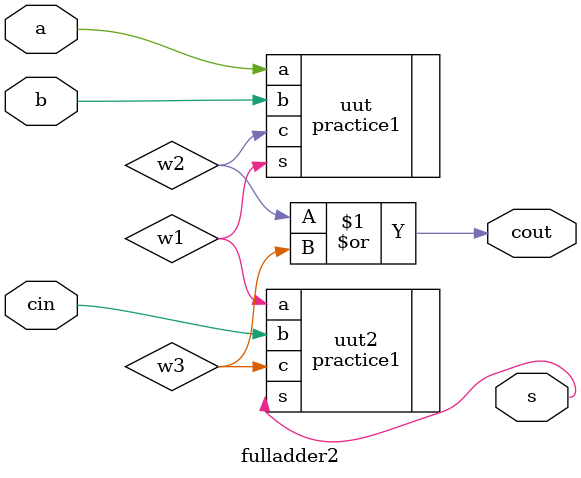
<source format=v>
`timescale 1ns / 1ps


module fulladder2(
input a,b,cin,
output s,cout
    );
    
    wire w1,w2,w3;
    
   
   practice1 uut(
   .a(a),
   .b(b),
   .s(w1),
   .c(w2)
    );
     practice1 uut2(
   .a(w1),
   .b(cin),
   .s(s),
   .c(w3)
    );
    
   or(cout,w2,w3);
endmodule

</source>
